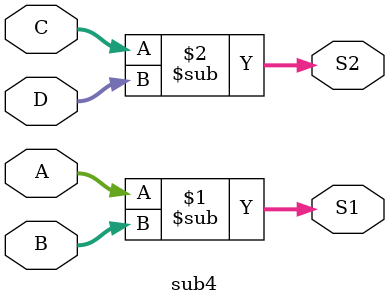
<source format=v>

module sub4 (A, B, C, D, S1, S2);
input  [3:0] A, B;		// A, B ¥|¦ì¤¸µL¸¹¼Æ¿é¤J
output [4:0] S1;		// S1   ¤­¦ì¤¸µL¸¹¼Æ¿é¥X
input  signed [3:0] C, D;	// C, D ¥|¦ì¤¸¦³¸¹¼Æ¿é¤J
output signed [4:0] S2;		// S2   ¤­¦ì¤¸¦³¸¹¼Æ¿é¥X

// ´îªk¹Bºâ¤l
assign S1 = A - B;
assign S2 = C - D;

endmodule

</source>
